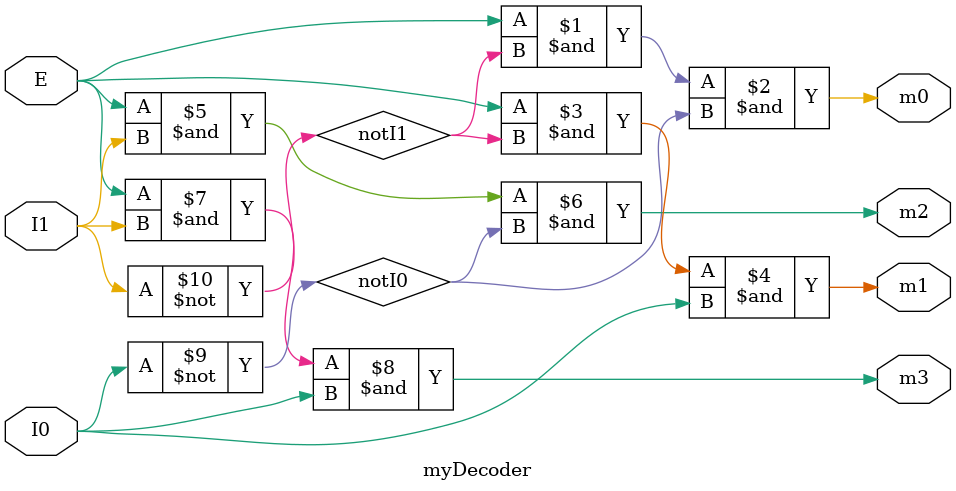
<source format=v>
`timescale 1ns / 1ps
module myDecoder(E, I0, I1, m0, m1, m2, m3);
	input E, I0, I1;
	output m0, m1, m2, m3;
	wire notI0, notI1;
	not notInput0(notI0, I0);
	not notInput1(notI1, I1);
	and minterm0(m0, E, notI1, notI0);
	and minterm1(m1, E, notI1, I0);
	and minterm2(m2, E, I1, notI0);
	and minterm3(m3, E, I1, I0);

endmodule

</source>
